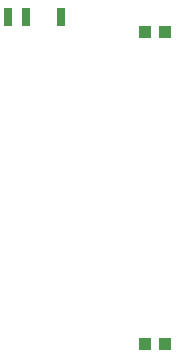
<source format=gbr>
G04 EAGLE Gerber RS-274X export*
G75*
%MOMM*%
%FSLAX34Y34*%
%LPD*%
%INSolderpaste Top*%
%IPPOS*%
%AMOC8*
5,1,8,0,0,1.08239X$1,22.5*%
G01*
G04 Define Apertures*
%ADD10R,1.100000X1.000000*%
%ADD11R,0.700000X1.500000*%
%ADD12R,1.000000X1.100000*%
D10*
X514740Y541020D03*
X531740Y541020D03*
D11*
X444020Y553720D03*
X414020Y553720D03*
X399020Y553720D03*
D12*
X531740Y276860D03*
X514740Y276860D03*
M02*

</source>
